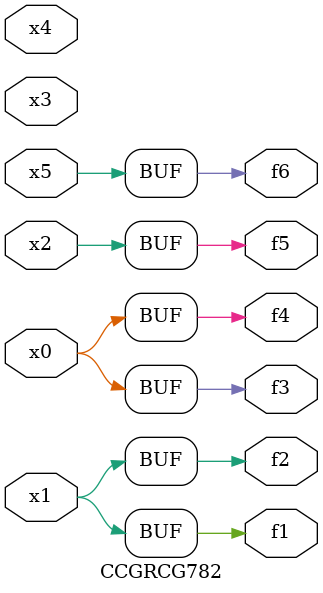
<source format=v>
module CCGRCG782(
	input x0, x1, x2, x3, x4, x5,
	output f1, f2, f3, f4, f5, f6
);
	assign f1 = x1;
	assign f2 = x1;
	assign f3 = x0;
	assign f4 = x0;
	assign f5 = x2;
	assign f6 = x5;
endmodule

</source>
